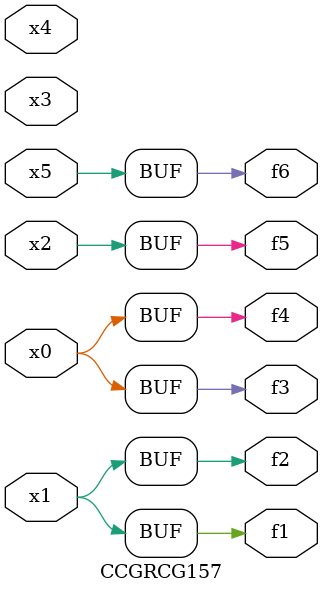
<source format=v>
module CCGRCG157(
	input x0, x1, x2, x3, x4, x5,
	output f1, f2, f3, f4, f5, f6
);
	assign f1 = x1;
	assign f2 = x1;
	assign f3 = x0;
	assign f4 = x0;
	assign f5 = x2;
	assign f6 = x5;
endmodule

</source>
